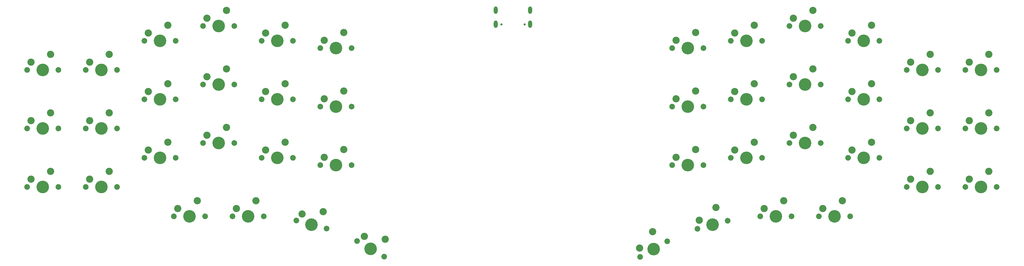
<source format=gbr>
%TF.GenerationSoftware,KiCad,Pcbnew,(5.99.0-1351-gc977addfa)*%
%TF.CreationDate,2020-06-03T21:02:33-07:00*%
%TF.ProjectId,NonSplitKyria,4e6f6e53-706c-4697-944b-797269612e6b,rev?*%
%TF.SameCoordinates,Original*%
%TF.FileFunction,Soldermask,Bot*%
%TF.FilePolarity,Negative*%
%FSLAX46Y46*%
G04 Gerber Fmt 4.6, Leading zero omitted, Abs format (unit mm)*
G04 Created by KiCad (PCBNEW (5.99.0-1351-gc977addfa)) date 2020-06-03 21:02:33*
%MOMM*%
%LPD*%
G01*
G04 APERTURE LIST*
%ADD10C,2.350000*%
%ADD11C,4.087800*%
%ADD12C,1.850000*%
%ADD13O,1.300000X2.400000*%
%ADD14C,0.700000*%
G04 APERTURE END LIST*
D10*
%TO.C,K_35*%
X311308750Y-63976250D03*
D11*
X308768750Y-69056250D03*
D10*
X304958750Y-66516250D03*
D12*
X303688750Y-69056250D03*
X313848750Y-69056250D03*
%TD*%
D10*
%TO.C,K_44*%
X282733750Y-73501250D03*
D11*
X280193750Y-78581250D03*
D10*
X276383750Y-76041250D03*
D12*
X275113750Y-78581250D03*
X285273750Y-78581250D03*
%TD*%
D10*
%TO.C,K_43*%
X263683750Y-73501250D03*
D11*
X261143750Y-78581250D03*
D10*
X257333750Y-76041250D03*
D12*
X256063750Y-78581250D03*
X266223750Y-78581250D03*
%TD*%
D10*
%TO.C,K_42*%
X241713651Y-75760696D03*
D11*
X240575000Y-81325000D03*
D10*
X236237422Y-79857649D03*
D12*
X235668097Y-82639801D03*
X245481903Y-80010199D03*
%TD*%
D10*
%TO.C,K_41*%
X221059705Y-83580591D03*
D11*
X221400000Y-89250000D03*
D10*
X216830443Y-88955295D03*
D12*
X217000591Y-91790000D03*
X225799409Y-86710000D03*
%TD*%
D10*
%TO.C,K_40*%
X134214705Y-86095591D03*
D11*
X129475000Y-89225000D03*
D10*
X127445443Y-85120295D03*
D12*
X125075591Y-86685000D03*
X133874409Y-91765000D03*
%TD*%
D10*
%TO.C,K_39*%
X114043252Y-77050497D03*
D11*
X110275000Y-81300000D03*
D10*
X107252223Y-77860448D03*
D12*
X105368097Y-79985199D03*
X115181903Y-82614801D03*
%TD*%
D10*
%TO.C,K_38*%
X92233750Y-73501250D03*
D11*
X89693750Y-78581250D03*
D10*
X85883750Y-76041250D03*
D12*
X84613750Y-78581250D03*
X94773750Y-78581250D03*
%TD*%
D10*
%TO.C,K_37*%
X73183750Y-73501250D03*
D11*
X70643750Y-78581250D03*
D10*
X66833750Y-76041250D03*
D12*
X65563750Y-78581250D03*
X75723750Y-78581250D03*
%TD*%
D10*
%TO.C,K_36*%
X330358750Y-63976250D03*
D11*
X327818750Y-69056250D03*
D10*
X324008750Y-66516250D03*
D12*
X322738750Y-69056250D03*
X332898750Y-69056250D03*
%TD*%
D10*
%TO.C,K_34*%
X292258750Y-54451250D03*
D11*
X289718750Y-59531250D03*
D10*
X285908750Y-56991250D03*
D12*
X284638750Y-59531250D03*
X294798750Y-59531250D03*
%TD*%
D10*
%TO.C,K_33*%
X273208750Y-49688750D03*
D11*
X270668750Y-54768750D03*
D10*
X266858750Y-52228750D03*
D12*
X265588750Y-54768750D03*
X275748750Y-54768750D03*
%TD*%
D10*
%TO.C,K_32*%
X254158750Y-54451250D03*
D11*
X251618750Y-59531250D03*
D10*
X247808750Y-56991250D03*
D12*
X246538750Y-59531250D03*
X256698750Y-59531250D03*
%TD*%
D10*
%TO.C,K_31*%
X235108750Y-56832500D03*
D11*
X232568750Y-61912500D03*
D10*
X228758750Y-59372500D03*
D12*
X227488750Y-61912500D03*
X237648750Y-61912500D03*
%TD*%
D10*
%TO.C,K_30*%
X120808750Y-56832500D03*
D11*
X118268750Y-61912500D03*
D10*
X114458750Y-59372500D03*
D12*
X113188750Y-61912500D03*
X123348750Y-61912500D03*
%TD*%
D10*
%TO.C,K_29*%
X101758750Y-54451250D03*
D11*
X99218750Y-59531250D03*
D10*
X95408750Y-56991250D03*
D12*
X94138750Y-59531250D03*
X104298750Y-59531250D03*
%TD*%
D10*
%TO.C,K_28*%
X82708750Y-49688750D03*
D11*
X80168750Y-54768750D03*
D10*
X76358750Y-52228750D03*
D12*
X75088750Y-54768750D03*
X85248750Y-54768750D03*
%TD*%
D10*
%TO.C,K_27*%
X63658750Y-54451250D03*
D11*
X61118750Y-59531250D03*
D10*
X57308750Y-56991250D03*
D12*
X56038750Y-59531250D03*
X66198750Y-59531250D03*
%TD*%
D10*
%TO.C,K_26*%
X44608750Y-63976250D03*
D11*
X42068750Y-69056250D03*
D10*
X38258750Y-66516250D03*
D12*
X36988750Y-69056250D03*
X47148750Y-69056250D03*
%TD*%
D10*
%TO.C,K_25*%
X25558750Y-63976250D03*
D11*
X23018750Y-69056250D03*
D10*
X19208750Y-66516250D03*
D12*
X17938750Y-69056250D03*
X28098750Y-69056250D03*
%TD*%
D10*
%TO.C,K_24*%
X330358750Y-44926250D03*
D11*
X327818750Y-50006250D03*
D10*
X324008750Y-47466250D03*
D12*
X322738750Y-50006250D03*
X332898750Y-50006250D03*
%TD*%
D10*
%TO.C,K_23*%
X311308750Y-44926250D03*
D11*
X308768750Y-50006250D03*
D10*
X304958750Y-47466250D03*
D12*
X303688750Y-50006250D03*
X313848750Y-50006250D03*
%TD*%
D10*
%TO.C,K_22*%
X292258750Y-35401250D03*
D11*
X289718750Y-40481250D03*
D10*
X285908750Y-37941250D03*
D12*
X284638750Y-40481250D03*
X294798750Y-40481250D03*
%TD*%
D10*
%TO.C,K_21*%
X273208750Y-30638750D03*
D11*
X270668750Y-35718750D03*
D10*
X266858750Y-33178750D03*
D12*
X265588750Y-35718750D03*
X275748750Y-35718750D03*
%TD*%
D10*
%TO.C,K_20*%
X254158750Y-35401250D03*
D11*
X251618750Y-40481250D03*
D10*
X247808750Y-37941250D03*
D12*
X246538750Y-40481250D03*
X256698750Y-40481250D03*
%TD*%
D10*
%TO.C,K_19*%
X235108750Y-37782500D03*
D11*
X232568750Y-42862500D03*
D10*
X228758750Y-40322500D03*
D12*
X227488750Y-42862500D03*
X237648750Y-42862500D03*
%TD*%
D10*
%TO.C,K_18*%
X120808750Y-37782500D03*
D11*
X118268750Y-42862500D03*
D10*
X114458750Y-40322500D03*
D12*
X113188750Y-42862500D03*
X123348750Y-42862500D03*
%TD*%
D10*
%TO.C,K_17*%
X101758750Y-35401250D03*
D11*
X99218750Y-40481250D03*
D10*
X95408750Y-37941250D03*
D12*
X94138750Y-40481250D03*
X104298750Y-40481250D03*
%TD*%
D10*
%TO.C,K_16*%
X82708750Y-30638750D03*
D11*
X80168750Y-35718750D03*
D10*
X76358750Y-33178750D03*
D12*
X75088750Y-35718750D03*
X85248750Y-35718750D03*
%TD*%
D10*
%TO.C,K_15*%
X63658750Y-35401250D03*
D11*
X61118750Y-40481250D03*
D10*
X57308750Y-37941250D03*
D12*
X56038750Y-40481250D03*
X66198750Y-40481250D03*
%TD*%
D10*
%TO.C,K_14*%
X44608750Y-44926250D03*
D11*
X42068750Y-50006250D03*
D10*
X38258750Y-47466250D03*
D12*
X36988750Y-50006250D03*
X47148750Y-50006250D03*
%TD*%
D10*
%TO.C,K_13*%
X25558750Y-44926250D03*
D11*
X23018750Y-50006250D03*
D10*
X19208750Y-47466250D03*
D12*
X17938750Y-50006250D03*
X28098750Y-50006250D03*
%TD*%
D10*
%TO.C,K_12*%
X330358750Y-25876250D03*
D11*
X327818750Y-30956250D03*
D10*
X324008750Y-28416250D03*
D12*
X322738750Y-30956250D03*
X332898750Y-30956250D03*
%TD*%
D10*
%TO.C,K_11*%
X311308750Y-25876250D03*
D11*
X308768750Y-30956250D03*
D10*
X304958750Y-28416250D03*
D12*
X303688750Y-30956250D03*
X313848750Y-30956250D03*
%TD*%
D10*
%TO.C,K_10*%
X292258750Y-16351250D03*
D11*
X289718750Y-21431250D03*
D10*
X285908750Y-18891250D03*
D12*
X284638750Y-21431250D03*
X294798750Y-21431250D03*
%TD*%
D10*
%TO.C,K_9*%
X273208750Y-11588750D03*
D11*
X270668750Y-16668750D03*
D10*
X266858750Y-14128750D03*
D12*
X265588750Y-16668750D03*
X275748750Y-16668750D03*
%TD*%
D10*
%TO.C,K_8*%
X254158750Y-16351250D03*
D11*
X251618750Y-21431250D03*
D10*
X247808750Y-18891250D03*
D12*
X246538750Y-21431250D03*
X256698750Y-21431250D03*
%TD*%
D10*
%TO.C,K_7*%
X235108750Y-18732500D03*
D11*
X232568750Y-23812500D03*
D10*
X228758750Y-21272500D03*
D12*
X227488750Y-23812500D03*
X237648750Y-23812500D03*
%TD*%
D10*
%TO.C,K_6*%
X120808750Y-18732500D03*
D11*
X118268750Y-23812500D03*
D10*
X114458750Y-21272500D03*
D12*
X113188750Y-23812500D03*
X123348750Y-23812500D03*
%TD*%
D10*
%TO.C,K_5*%
X101758750Y-16351250D03*
D11*
X99218750Y-21431250D03*
D10*
X95408750Y-18891250D03*
D12*
X94138750Y-21431250D03*
X104298750Y-21431250D03*
%TD*%
D10*
%TO.C,K_4*%
X82708750Y-11588750D03*
D11*
X80168750Y-16668750D03*
D10*
X76358750Y-14128750D03*
D12*
X75088750Y-16668750D03*
X85248750Y-16668750D03*
%TD*%
D10*
%TO.C,K_3*%
X63658750Y-16351250D03*
D11*
X61118750Y-21431250D03*
D10*
X57308750Y-18891250D03*
D12*
X56038750Y-21431250D03*
X66198750Y-21431250D03*
%TD*%
D10*
%TO.C,K_2*%
X44608750Y-25876250D03*
D11*
X42068750Y-30956250D03*
D10*
X38258750Y-28416250D03*
D12*
X36988750Y-30956250D03*
X47148750Y-30956250D03*
%TD*%
D10*
%TO.C,K_1*%
X25558750Y-25876250D03*
D11*
X23018750Y-30956250D03*
D10*
X19208750Y-28416250D03*
D12*
X17938750Y-30956250D03*
X28098750Y-30956250D03*
%TD*%
D13*
%TO.C,J1*%
X181318750Y-16035000D03*
X170168750Y-16035000D03*
X181318750Y-11435000D03*
X170168750Y-11435000D03*
D14*
X179493750Y-16115000D03*
X171993750Y-16115000D03*
%TD*%
M02*

</source>
